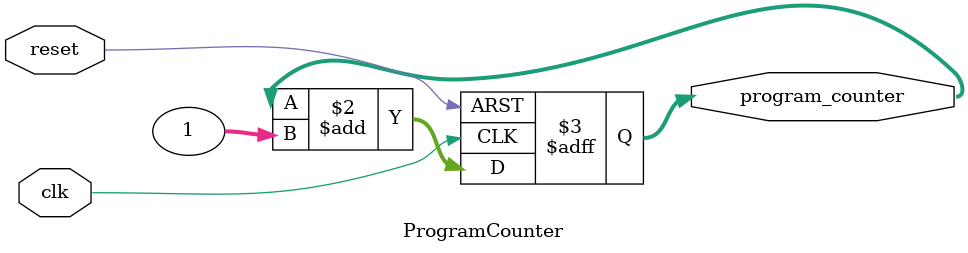
<source format=sv>
/*
 * Autor: Alejandro Bracamonte
 * Descripción: Este módulo implementa un contador de programa que incrementa en cada ciclo de reloj,
 *              excepto cuando se activa la señal de reinicio, en cuyo caso el contador se reinicia a cero.
 */

module ProgramCounter (
    input  logic        clk,        // Señal de reloj
    input  logic        reset,      // Señal de reinicio
    output reg [31:0]  program_counter // Valor actual del contador de programa
);

    // Proceso secuencial para actualizar el valor del contador de programa
    always_ff @(posedge clk, posedge reset) begin
        if (reset) begin
            program_counter <= 32'b0;  // Reiniciar el contador de programa a 0
        end else begin
            program_counter <= program_counter + 1; // Incrementar el contador de programa en 1
        end
    end

endmodule

</source>
